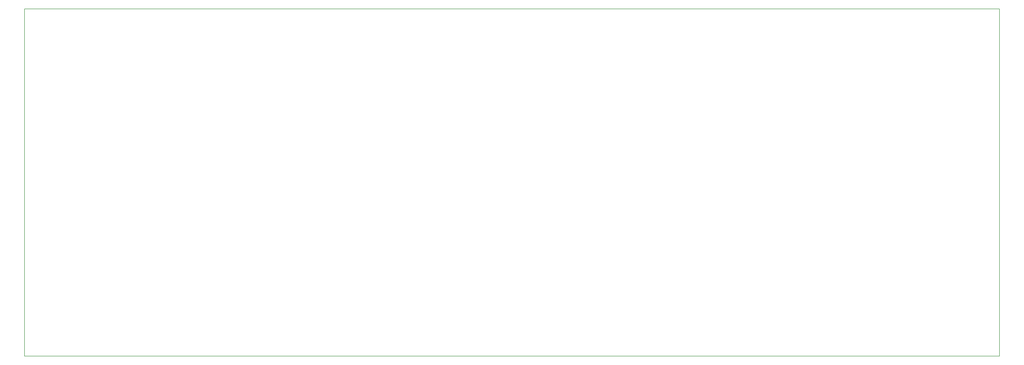
<source format=gbr>
%TF.GenerationSoftware,KiCad,Pcbnew,9.0.3*%
%TF.CreationDate,2025-10-05T23:38:32+02:00*%
%TF.ProjectId,ModuCard-System-ActiveBackplane,4d6f6475-4361-4726-942d-53797374656d,A*%
%TF.SameCoordinates,Original*%
%TF.FileFunction,Profile,NP*%
%FSLAX46Y46*%
G04 Gerber Fmt 4.6, Leading zero omitted, Abs format (unit mm)*
G04 Created by KiCad (PCBNEW 9.0.3) date 2025-10-05 23:38:32*
%MOMM*%
%LPD*%
G01*
G04 APERTURE LIST*
%TA.AperFunction,Profile*%
%ADD10C,0.150000*%
%TD*%
G04 APERTURE END LIST*
D10*
X104583745Y-134659000D02*
X464963745Y-134659000D01*
X464963745Y-263359000D01*
X104583745Y-263359000D01*
X104583745Y-134659000D01*
M02*

</source>
